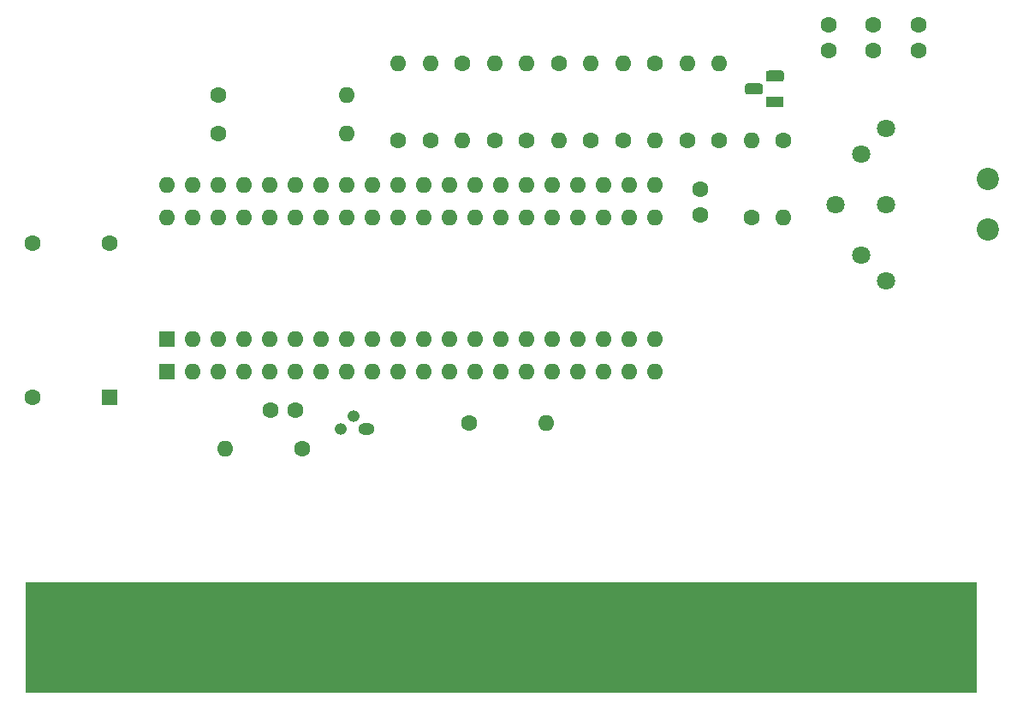
<source format=gts>
G04 #@! TF.GenerationSoftware,KiCad,Pcbnew,(5.1.12)-1*
G04 #@! TF.CreationDate,2024-01-30T17:11:01+00:00*
G04 #@! TF.ProjectId,CPCVideo,43504356-6964-4656-9f2e-6b696361645f,rev?*
G04 #@! TF.SameCoordinates,Original*
G04 #@! TF.FileFunction,Soldermask,Top*
G04 #@! TF.FilePolarity,Negative*
%FSLAX46Y46*%
G04 Gerber Fmt 4.6, Leading zero omitted, Abs format (unit mm)*
G04 Created by KiCad (PCBNEW (5.1.12)-1) date 2024-01-30 17:11:01*
%MOMM*%
%LPD*%
G01*
G04 APERTURE LIST*
%ADD10C,0.100000*%
%ADD11R,1.600000X10.000000*%
%ADD12C,2.200000*%
%ADD13C,1.800000*%
%ADD14C,1.600000*%
%ADD15R,1.800000X1.100000*%
%ADD16O,1.200000X1.200000*%
%ADD17O,1.600000X1.200000*%
%ADD18O,1.600000X1.600000*%
%ADD19R,1.600000X1.600000*%
G04 APERTURE END LIST*
D10*
G36*
X250190000Y-160550000D02*
G01*
X250190000Y-171345000D01*
X156210000Y-171345000D01*
X156210000Y-160550000D01*
X250190000Y-160550000D01*
G37*
X250190000Y-160550000D02*
X250190000Y-171345000D01*
X156210000Y-171345000D01*
X156210000Y-160550000D01*
X250190000Y-160550000D01*
D11*
X247650000Y-165735000D03*
X245110000Y-165735000D03*
X242570000Y-165735000D03*
X240030000Y-165735000D03*
X237490000Y-165735000D03*
X234950000Y-165735000D03*
X232410000Y-165735000D03*
X229870000Y-165735000D03*
X227330000Y-165735000D03*
X224790000Y-165735000D03*
X222250000Y-165735000D03*
X219710000Y-165735000D03*
X217170000Y-165735000D03*
X214630000Y-165735000D03*
X212090000Y-165735000D03*
X209550000Y-165735000D03*
X207010000Y-165735000D03*
X204470000Y-165735000D03*
X201930000Y-165735000D03*
X199390000Y-165735000D03*
X196850000Y-165735000D03*
X194310000Y-165735000D03*
X191770000Y-165735000D03*
X189230000Y-165735000D03*
X186690000Y-165735000D03*
X184150000Y-165735000D03*
X181610000Y-165735000D03*
X179070000Y-165735000D03*
X176530000Y-165735000D03*
X173990000Y-165735000D03*
X171450000Y-165735000D03*
X168910000Y-165735000D03*
X166370000Y-165735000D03*
X163830000Y-165735000D03*
X161290000Y-165735000D03*
X158750000Y-165735000D03*
D12*
X251300000Y-125690000D03*
X251300000Y-120690000D03*
D13*
X236300000Y-123190000D03*
X241300000Y-130690000D03*
X238800000Y-128190000D03*
X241300000Y-123190000D03*
X238800000Y-118190000D03*
X241300000Y-115690000D03*
D14*
X240030000Y-105450000D03*
X240030000Y-107950000D03*
X235585000Y-105450000D03*
X235585000Y-107950000D03*
X244475000Y-105450000D03*
X244475000Y-107950000D03*
D15*
X230270000Y-113030000D03*
G36*
G01*
X230895000Y-111040000D02*
X229645000Y-111040000D01*
G75*
G02*
X229370000Y-110765000I0J275000D01*
G01*
X229370000Y-110215000D01*
G75*
G02*
X229645000Y-109940000I275000J0D01*
G01*
X230895000Y-109940000D01*
G75*
G02*
X231170000Y-110215000I0J-275000D01*
G01*
X231170000Y-110765000D01*
G75*
G02*
X230895000Y-111040000I-275000J0D01*
G01*
G37*
G36*
G01*
X228825000Y-112310000D02*
X227575000Y-112310000D01*
G75*
G02*
X227300000Y-112035000I0J275000D01*
G01*
X227300000Y-111485000D01*
G75*
G02*
X227575000Y-111210000I275000J0D01*
G01*
X228825000Y-111210000D01*
G75*
G02*
X229100000Y-111485000I0J-275000D01*
G01*
X229100000Y-112035000D01*
G75*
G02*
X228825000Y-112310000I-275000J0D01*
G01*
G37*
D16*
X187325000Y-145415000D03*
X188595000Y-144145000D03*
D17*
X189865000Y-145415000D03*
D18*
X187960000Y-116205000D03*
D14*
X175260000Y-116205000D03*
D18*
X187960000Y-112395000D03*
D14*
X175260000Y-112395000D03*
D18*
X207645000Y-144780000D03*
D14*
X200025000Y-144780000D03*
D18*
X175895000Y-147320000D03*
D14*
X183515000Y-147320000D03*
D18*
X221615000Y-109220000D03*
D14*
X221615000Y-116840000D03*
D18*
X227965000Y-116840000D03*
D14*
X227965000Y-124460000D03*
D18*
X224790000Y-109220000D03*
D14*
X224790000Y-116840000D03*
D18*
X231140000Y-124460000D03*
D14*
X231140000Y-116840000D03*
D18*
X218440000Y-116840000D03*
D14*
X218440000Y-109220000D03*
D18*
X208915000Y-116840000D03*
D14*
X208915000Y-109220000D03*
D18*
X199390000Y-116840000D03*
D14*
X199390000Y-109220000D03*
D18*
X215265000Y-109220000D03*
D14*
X215265000Y-116840000D03*
D18*
X212090000Y-109220000D03*
D14*
X212090000Y-116840000D03*
D18*
X205740000Y-109220000D03*
D14*
X205740000Y-116840000D03*
D18*
X202565000Y-109220000D03*
D14*
X202565000Y-116840000D03*
D18*
X196215000Y-109220000D03*
D14*
X196215000Y-116840000D03*
D18*
X193040000Y-109220000D03*
D14*
X193040000Y-116840000D03*
X164465000Y-127000000D03*
X156845000Y-127000000D03*
X156845000Y-142240000D03*
D19*
X164465000Y-142240000D03*
D18*
X170180000Y-124460000D03*
X218440000Y-139700000D03*
X172720000Y-124460000D03*
X215900000Y-139700000D03*
X175260000Y-124460000D03*
X213360000Y-139700000D03*
X177800000Y-124460000D03*
X210820000Y-139700000D03*
X180340000Y-124460000D03*
X208280000Y-139700000D03*
X182880000Y-124460000D03*
X205740000Y-139700000D03*
X185420000Y-124460000D03*
X203200000Y-139700000D03*
X187960000Y-124460000D03*
X200660000Y-139700000D03*
X190500000Y-124460000D03*
X198120000Y-139700000D03*
X193040000Y-124460000D03*
X195580000Y-139700000D03*
X195580000Y-124460000D03*
X193040000Y-139700000D03*
X198120000Y-124460000D03*
X190500000Y-139700000D03*
X200660000Y-124460000D03*
X187960000Y-139700000D03*
X203200000Y-124460000D03*
X185420000Y-139700000D03*
X205740000Y-124460000D03*
X182880000Y-139700000D03*
X208280000Y-124460000D03*
X180340000Y-139700000D03*
X210820000Y-124460000D03*
X177800000Y-139700000D03*
X213360000Y-124460000D03*
X175260000Y-139700000D03*
X215900000Y-124460000D03*
X172720000Y-139700000D03*
X218440000Y-124460000D03*
D19*
X170180000Y-139700000D03*
D18*
X170180000Y-121285000D03*
X218440000Y-136525000D03*
X172720000Y-121285000D03*
X215900000Y-136525000D03*
X175260000Y-121285000D03*
X213360000Y-136525000D03*
X177800000Y-121285000D03*
X210820000Y-136525000D03*
X180340000Y-121285000D03*
X208280000Y-136525000D03*
X182880000Y-121285000D03*
X205740000Y-136525000D03*
X185420000Y-121285000D03*
X203200000Y-136525000D03*
X187960000Y-121285000D03*
X200660000Y-136525000D03*
X190500000Y-121285000D03*
X198120000Y-136525000D03*
X193040000Y-121285000D03*
X195580000Y-136525000D03*
X195580000Y-121285000D03*
X193040000Y-136525000D03*
X198120000Y-121285000D03*
X190500000Y-136525000D03*
X200660000Y-121285000D03*
X187960000Y-136525000D03*
X203200000Y-121285000D03*
X185420000Y-136525000D03*
X205740000Y-121285000D03*
X182880000Y-136525000D03*
X208280000Y-121285000D03*
X180340000Y-136525000D03*
X210820000Y-121285000D03*
X177800000Y-136525000D03*
X213360000Y-121285000D03*
X175260000Y-136525000D03*
X215900000Y-121285000D03*
X172720000Y-136525000D03*
X218440000Y-121285000D03*
D19*
X170180000Y-136525000D03*
D14*
X222885000Y-121706000D03*
X222885000Y-124206000D03*
X180380000Y-143510000D03*
X182880000Y-143510000D03*
M02*

</source>
